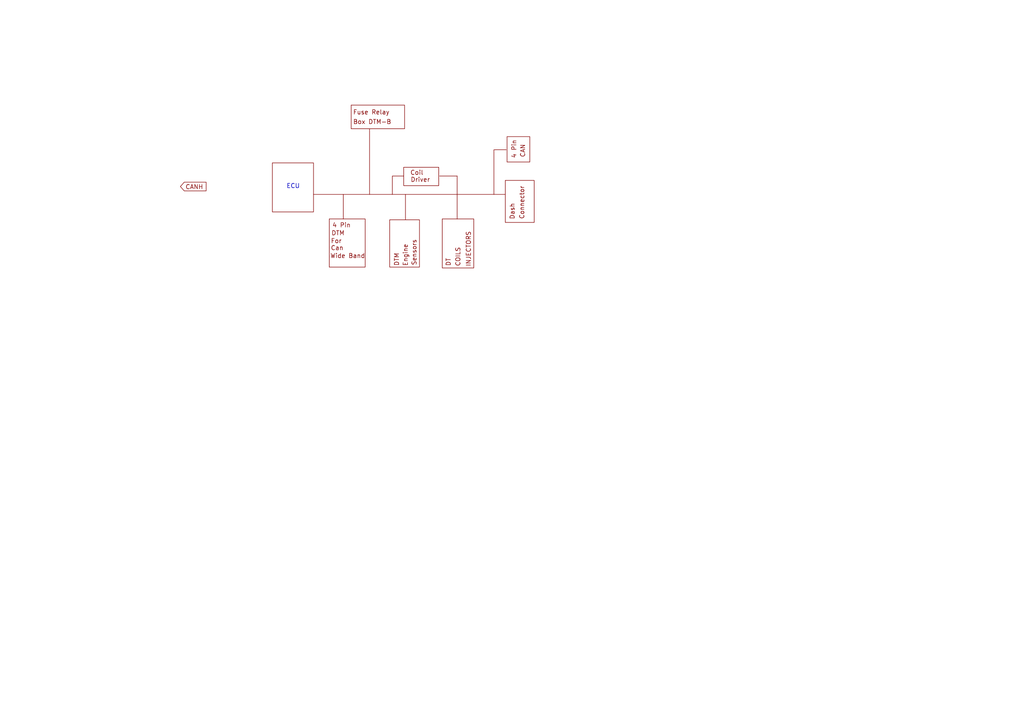
<source format=kicad_sch>
(kicad_sch (version 20211123) (generator eeschema)
  (paper "A4")
  (lib_symbols
    (symbol "Ty lib:ECU"
      (property "Reference" "U" (at 0 0 0))
      (property "Value" "ECU" (at -1.27 0 0))
      (symbol "ECU_0_0"
        (text "4 Pin" (at 12.954 -14.478 0) (effects (font (size 1.27 1.27))))
        (text "4 Pin" (at 62.992 7.62 900) (effects (font (size 1.27 1.27))))
        (text "Box DTM-B" (at 21.844 15.494 0) (effects (font (size 1.27 1.27))))
        (text "Can" (at 11.684 -21.082 0) (effects (font (size 1.27 1.27))))
        (text "CAN" (at 65.532 7.112 900) (effects (font (size 1.27 1.27))))
        (text "Coil" (at 34.798 0.762 0) (effects (font (size 1.27 1.27))))
        (text "COILS" (at 46.736 -23.622 900) (effects (font (size 1.27 1.27))))
        (text "Connector" (at 65.278 -7.874 900) (effects (font (size 1.27 1.27))))
        (text "Dash" (at 62.484 -10.414 900) (effects (font (size 1.27 1.27))))
        (text "Driver" (at 35.814 -1.27 0) (effects (font (size 1.27 1.27))))
        (text "DT" (at 43.942 -25.146 900) (effects (font (size 1.27 1.27))))
        (text "DTM" (at 11.938 -16.764 0) (effects (font (size 1.27 1.27))))
        (text "DTM" (at 28.956 -24.384 900) (effects (font (size 1.27 1.27))))
        (text "Engine" (at 31.496 -23.114 900) (effects (font (size 1.27 1.27))))
        (text "For" (at 11.43 -19.05 0) (effects (font (size 1.27 1.27))))
        (text "Fuse Relay" (at 21.59 18.288 0) (effects (font (size 1.27 1.27))))
        (text "INJECTORS" (at 49.784 -21.336 900) (effects (font (size 1.27 1.27))))
        (text "Sensors" (at 34.036 -22.352 900) (effects (font (size 1.27 1.27))))
        (text "Wide Band" (at 14.732 -23.368 0) (effects (font (size 1.27 1.27))))
      )
      (symbol "ECU_0_1"
        (rectangle (start -7.112 3.556) (end 4.826 -10.668))
        (polyline (pts (xy 4.826 -5.588) (xy 60.452 -5.588)))
        (polyline (pts (xy 13.462 -5.588) (xy 13.462 -12.7)))
        (polyline (pts (xy 21.082 -5.588) (xy 21.082 13.462)))
        (polyline (pts (xy 31.496 -5.588) (xy 31.496 -12.954)))
        (polyline (pts (xy 46.482 -0.254) (xy 46.482 -12.7)))
        (polyline (pts (xy 27.686 -5.588) (xy 27.686 -0.254) (xy 30.988 -0.254)))
        (polyline (pts (xy 46.482 -0.254) (xy 41.656 -0.254) (xy 41.402 -0.254)))
        (polyline (pts (xy 57.15 -5.588) (xy 57.15 7.366) (xy 60.706 7.366)))
        (rectangle (start 9.398 -12.7) (end 19.812 -26.67))
        (rectangle (start 15.748 20.32) (end 31.242 13.462))
        (rectangle (start 26.924 -12.954) (end 35.56 -26.67))
        (rectangle (start 30.988 2.286) (end 41.148 -3.048))
        (rectangle (start 42.164 -12.7) (end 51.308 -26.924))
        (rectangle (start 60.452 -1.524) (end 68.834 -13.716))
        (rectangle (start 60.96 11.176) (end 67.564 3.81))
      )
    )
  )
  (text "ECU" (at 83.058 54.864 0) (effects (font (size 1.27 1.27)) (justify left bottom)))
  (global_label "CANH" (shape input) (at 52.324 54.102 0) (property "Intersheet References" "${INTERSHEET_REFS}" (effects hide)))
  (symbol (lib_id "Ty lib:ECU") (at 86.106 50.8 0) (unit 1)
    (property "Reference" "U?" (effects hide))
  )
)
</source>
